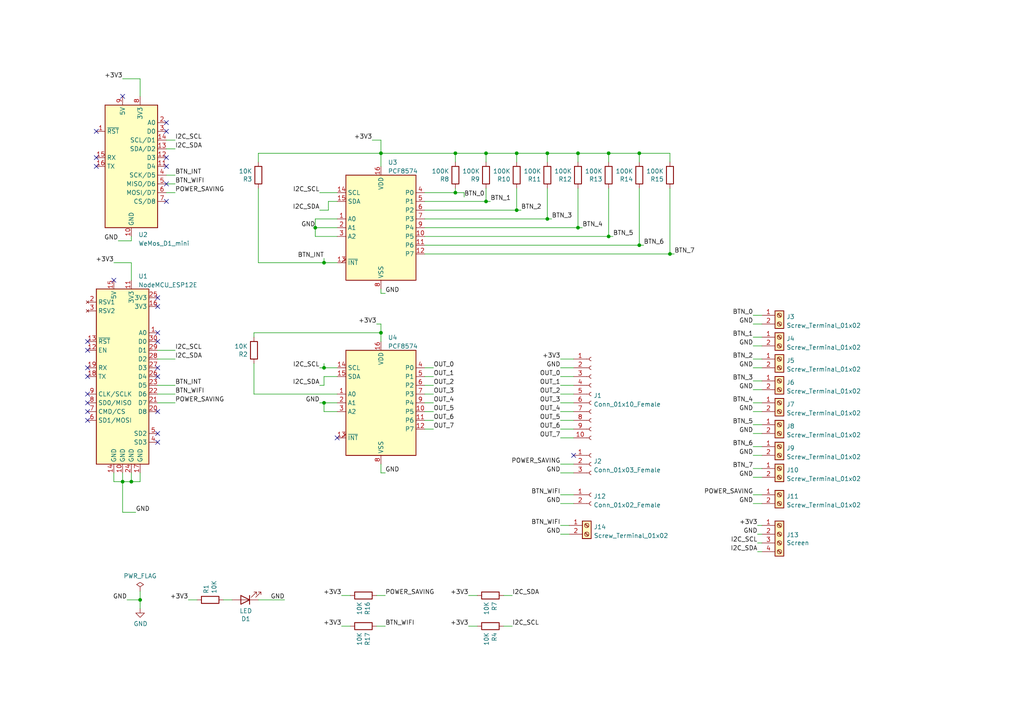
<source format=kicad_sch>
(kicad_sch (version 20211123) (generator eeschema)
  (paper "A4")
  (title_block (title "Light Remote Controller") (date "2022-05-06") (rev "v0.1") (company "By Luís Pereira"))
  (lib_symbols
    (symbol "Connector:Conn_01x02_Female" (pin_names (offset 1.016) hide)
      (property "Reference" "J" (at 0 2.54 0))
      (property "Value" "Conn_01x02_Female" (at 0 -5.08 0))
      (symbol "Conn_01x02_Female_1_1"
        (arc (start 0 -2.032) (mid -0.508 -2.54) (end 0 -3.048) (stroke (width 0.1524)))
        (polyline (pts (xy -1.27 -2.54) (xy -0.508 -2.54)) (stroke (width 0.1524)))
        (polyline (pts (xy -1.27 0) (xy -0.508 0)) (stroke (width 0.1524)))
        (arc (start 0 0.508) (mid -0.508 0) (end 0 -0.508) (stroke (width 0.1524)))
        (pin passive line (at -5.08 0 0) (length 3.81) (name "Pin_1") (number "1"))
        (pin passive line (at -5.08 -2.54 0) (length 3.81) (name "Pin_2") (number "2"))
      )
    )
    (symbol "Connector:Conn_01x03_Female" (pin_names (offset 1.016) hide)
      (property "Reference" "J" (at 0 5.08 0))
      (property "Value" "Conn_01x03_Female" (at 0 -5.08 0))
      (symbol "Conn_01x03_Female_1_1"
        (arc (start 0 -2.032) (mid -0.508 -2.54) (end 0 -3.048) (stroke (width 0.1524)))
        (polyline (pts (xy -1.27 -2.54) (xy -0.508 -2.54)) (stroke (width 0.1524)))
        (polyline (pts (xy -1.27 0) (xy -0.508 0)) (stroke (width 0.1524)))
        (polyline (pts (xy -1.27 2.54) (xy -0.508 2.54)) (stroke (width 0.1524)))
        (arc (start 0 0.508) (mid -0.508 0) (end 0 -0.508) (stroke (width 0.1524)))
        (arc (start 0 3.048) (mid -0.508 2.54) (end 0 2.032) (stroke (width 0.1524)))
        (pin passive line (at -5.08 2.54 0) (length 3.81) (name "Pin_1") (number "1"))
        (pin passive line (at -5.08 0 0) (length 3.81) (name "Pin_2") (number "2"))
        (pin passive line (at -5.08 -2.54 0) (length 3.81) (name "Pin_3") (number "3"))
      )
    )
    (symbol "Connector:Conn_01x10_Female" (pin_names (offset 1.016) hide)
      (property "Reference" "J" (at 0 12.7 0))
      (property "Value" "Conn_01x10_Female" (at 0 -15.24 0))
      (symbol "Conn_01x10_Female_1_1"
        (arc (start 0 -12.192) (mid -0.508 -12.7) (end 0 -13.208) (stroke (width 0.1524)))
        (arc (start 0 -9.652) (mid -0.508 -10.16) (end 0 -10.668) (stroke (width 0.1524)))
        (arc (start 0 -7.112) (mid -0.508 -7.62) (end 0 -8.128) (stroke (width 0.1524)))
        (arc (start 0 -4.572) (mid -0.508 -5.08) (end 0 -5.588) (stroke (width 0.1524)))
        (arc (start 0 -2.032) (mid -0.508 -2.54) (end 0 -3.048) (stroke (width 0.1524)))
        (polyline (pts (xy -1.27 -12.7) (xy -0.508 -12.7)) (stroke (width 0.1524)))
        (polyline (pts (xy -1.27 -10.16) (xy -0.508 -10.16)) (stroke (width 0.1524)))
        (polyline (pts (xy -1.27 -7.62) (xy -0.508 -7.62)) (stroke (width 0.1524)))
        (polyline (pts (xy -1.27 -5.08) (xy -0.508 -5.08)) (stroke (width 0.1524)))
        (polyline (pts (xy -1.27 -2.54) (xy -0.508 -2.54)) (stroke (width 0.1524)))
        (polyline (pts (xy -1.27 0) (xy -0.508 0)) (stroke (width 0.1524)))
        (polyline (pts (xy -1.27 2.54) (xy -0.508 2.54)) (stroke (width 0.1524)))
        (polyline (pts (xy -1.27 5.08) (xy -0.508 5.08)) (stroke (width 0.1524)))
        (polyline (pts (xy -1.27 7.62) (xy -0.508 7.62)) (stroke (width 0.1524)))
        (polyline (pts (xy -1.27 10.16) (xy -0.508 10.16)) (stroke (width 0.1524)))
        (arc (start 0 0.508) (mid -0.508 0) (end 0 -0.508) (stroke (width 0.1524)))
        (arc (start 0 3.048) (mid -0.508 2.54) (end 0 2.032) (stroke (width 0.1524)))
        (arc (start 0 5.588) (mid -0.508 5.08) (end 0 4.572) (stroke (width 0.1524)))
        (arc (start 0 8.128) (mid -0.508 7.62) (end 0 7.112) (stroke (width 0.1524)))
        (arc (start 0 10.668) (mid -0.508 10.16) (end 0 9.652) (stroke (width 0.1524)))
        (pin passive line (at -5.08 10.16 0) (length 3.81) (name "Pin_1") (number "1"))
        (pin passive line (at -5.08 -12.7 0) (length 3.81) (name "Pin_10") (number "10"))
        (pin passive line (at -5.08 7.62 0) (length 3.81) (name "Pin_2") (number "2"))
        (pin passive line (at -5.08 5.08 0) (length 3.81) (name "Pin_3") (number "3"))
        (pin passive line (at -5.08 2.54 0) (length 3.81) (name "Pin_4") (number "4"))
        (pin passive line (at -5.08 0 0) (length 3.81) (name "Pin_5") (number "5"))
        (pin passive line (at -5.08 -2.54 0) (length 3.81) (name "Pin_6") (number "6"))
        (pin passive line (at -5.08 -5.08 0) (length 3.81) (name "Pin_7") (number "7"))
        (pin passive line (at -5.08 -7.62 0) (length 3.81) (name "Pin_8") (number "8"))
        (pin passive line (at -5.08 -10.16 0) (length 3.81) (name "Pin_9") (number "9"))
      )
    )
    (symbol "Connector:Screw_Terminal_01x02" (pin_names (offset 1.016) hide)
      (property "Reference" "J" (at 0 2.54 0))
      (property "Value" "Screw_Terminal_01x02" (at 0 -5.08 0))
      (symbol "Screw_Terminal_01x02_1_1"
        (rectangle (start -1.27 1.27) (end 1.27 -3.81) (stroke (width 0.254)) (fill (type background)))
        (circle (center 0 -2.54) (radius 0.635) (stroke (width 0.1524)))
        (polyline (pts (xy -0.5334 -2.2098) (xy 0.3302 -3.048)) (stroke (width 0.1524)))
        (polyline (pts (xy -0.5334 0.3302) (xy 0.3302 -0.508)) (stroke (width 0.1524)))
        (polyline (pts (xy -0.3556 -2.032) (xy 0.508 -2.8702)) (stroke (width 0.1524)))
        (polyline (pts (xy -0.3556 0.508) (xy 0.508 -0.3302)) (stroke (width 0.1524)))
        (circle (center 0 0) (radius 0.635) (stroke (width 0.1524)))
        (pin passive line (at -5.08 0 0) (length 3.81) (name "Pin_1") (number "1"))
        (pin passive line (at -5.08 -2.54 0) (length 3.81) (name "Pin_2") (number "2"))
      )
    )
    (symbol "Connector:Screw_Terminal_01x04" (pin_names (offset 1.016) hide)
      (property "Reference" "J" (at 0 5.08 0))
      (property "Value" "Screw_Terminal_01x04" (at 0 -7.62 0))
      (symbol "Screw_Terminal_01x04_1_1"
        (rectangle (start -1.27 3.81) (end 1.27 -6.35) (stroke (width 0.254)) (fill (type background)))
        (circle (center 0 -5.08) (radius 0.635) (stroke (width 0.1524)))
        (circle (center 0 -2.54) (radius 0.635) (stroke (width 0.1524)))
        (polyline (pts (xy -0.5334 -4.7498) (xy 0.3302 -5.588)) (stroke (width 0.1524)))
        (polyline (pts (xy -0.5334 -2.2098) (xy 0.3302 -3.048)) (stroke (width 0.1524)))
        (polyline (pts (xy -0.5334 0.3302) (xy 0.3302 -0.508)) (stroke (width 0.1524)))
        (polyline (pts (xy -0.5334 2.8702) (xy 0.3302 2.032)) (stroke (width 0.1524)))
        (polyline (pts (xy -0.3556 -4.572) (xy 0.508 -5.4102)) (stroke (width 0.1524)))
        (polyline (pts (xy -0.3556 -2.032) (xy 0.508 -2.8702)) (stroke (width 0.1524)))
        (polyline (pts (xy -0.3556 0.508) (xy 0.508 -0.3302)) (stroke (width 0.1524)))
        (polyline (pts (xy -0.3556 3.048) (xy 0.508 2.2098)) (stroke (width 0.1524)))
        (circle (center 0 0) (radius 0.635) (stroke (width 0.1524)))
        (circle (center 0 2.54) (radius 0.635) (stroke (width 0.1524)))
        (pin passive line (at -5.08 2.54 0) (length 3.81) (name "Pin_1") (number "1"))
        (pin passive line (at -5.08 0 0) (length 3.81) (name "Pin_2") (number "2"))
        (pin passive line (at -5.08 -2.54 0) (length 3.81) (name "Pin_3") (number "3"))
        (pin passive line (at -5.08 -5.08 0) (length 3.81) (name "Pin_4") (number "4"))
      )
    )
    (symbol "Device:LED" (pin_numbers hide) (pin_names (offset 1.016) hide)
      (property "Reference" "D" (at 0 2.54 0))
      (property "Value" "LED" (at 0 -2.54 0))
      (symbol "LED_0_1"
        (polyline (pts (xy -1.27 -1.27) (xy -1.27 1.27)) (stroke (width 0.254)))
        (polyline (pts (xy -1.27 0) (xy 1.27 0)))
        (polyline (pts (xy 1.27 -1.27) (xy 1.27 1.27) (xy -1.27 0) (xy 1.27 -1.27)) (stroke (width 0.254)))
        (polyline (pts (xy -3.048 -0.762) (xy -4.572 -2.286) (xy -3.81 -2.286) (xy -4.572 -2.286) (xy -4.572 -1.524)))
        (polyline (pts (xy -1.778 -0.762) (xy -3.302 -2.286) (xy -2.54 -2.286) (xy -3.302 -2.286) (xy -3.302 -1.524)))
      )
      (symbol "LED_1_1"
        (pin passive line (at -3.81 0 0) (length 2.54) (name "K") (number "1"))
        (pin passive line (at 3.81 0 180) (length 2.54) (name "A") (number "2"))
      )
    )
    (symbol "Device:R" (pin_numbers hide) (pin_names (offset 0))
      (property "Reference" "R" (at 2.032 0 90))
      (property "Value" "R" (at 0 0 90))
      (symbol "R_0_1"
        (rectangle (start -1.016 -2.54) (end 1.016 2.54) (stroke (width 0.254)))
      )
      (symbol "R_1_1"
        (pin passive line (at 0 3.81 270) (length 1.27) (name "~") (number "1"))
        (pin passive line (at 0 -3.81 90) (length 1.27) (name "~") (number "2"))
      )
    )
    (symbol "Interface_Expansion:PCF8574"
      (property "Reference" "U" (at -8.89 16.51 0))
      (property "Value" "PCF8574" (at 2.54 16.51 0))
      (symbol "PCF8574_0_1"
        (rectangle (start -10.16 15.24) (end 10.16 -15.24) (stroke (width 0.254)) (fill (type background)))
      )
      (symbol "PCF8574_1_1"
        (pin input line (at -12.7 2.54 0) (length 2.54) (name "A0") (number "1"))
        (pin bidirectional line (at 12.7 -2.54 180) (length 2.54) (name "P5") (number "10"))
        (pin bidirectional line (at 12.7 -5.08 180) (length 2.54) (name "P6") (number "11"))
        (pin bidirectional line (at 12.7 -7.62 180) (length 2.54) (name "P7") (number "12"))
        (pin open_collector output_low (at -12.7 -10.16 0) (length 2.54) (name "~{INT}") (number "13"))
        (pin input line (at -12.7 10.16 0) (length 2.54) (name "SCL") (number "14"))
        (pin bidirectional line (at -12.7 7.62 0) (length 2.54) (name "SDA") (number "15"))
        (pin power_in line (at 0 17.78 270) (length 2.54) (name "VDD") (number "16"))
        (pin input line (at -12.7 0 0) (length 2.54) (name "A1") (number "2"))
        (pin input line (at -12.7 -2.54 0) (length 2.54) (name "A2") (number "3"))
        (pin bidirectional line (at 12.7 10.16 180) (length 2.54) (name "P0") (number "4"))
        (pin bidirectional line (at 12.7 7.62 180) (length 2.54) (name "P1") (number "5"))
        (pin bidirectional line (at 12.7 5.08 180) (length 2.54) (name "P2") (number "6"))
        (pin bidirectional line (at 12.7 2.54 180) (length 2.54) (name "P3") (number "7"))
        (pin power_in line (at 0 -17.78 90) (length 2.54) (name "VSS") (number "8"))
        (pin bidirectional line (at 12.7 0 180) (length 2.54) (name "P4") (number "9"))
      )
    )
    (symbol "LCP_MCU_Module:NodeMCU_ESP12E"
      (property "Reference" "U" (at -1.27 16.51 0))
      (property "Value" "NodeMCU_ESP12E" (at 6.35 -26.67 0))
      (symbol "NodeMCU_ESP12E_1_1"
        (rectangle (start -7.62 25.4) (end 7.62 -25.4) (stroke (width 0.254)) (fill (type background)))
        (pin input line (at 10.16 12.7 180) (length 2.54) (name "A0") (number "1"))
        (pin power_in line (at 0 -27.94 90) (length 2.54) (name "GND") (number "10"))
        (pin power_out line (at 2.54 27.94 270) (length 2.54) (name "3V3") (number "11"))
        (pin input line (at -10.16 7.62 0) (length 2.54) (name "EN") (number "12"))
        (pin input line (at -10.16 10.16 0) (length 2.54) (name "~{RST}") (number "13"))
        (pin power_out line (at -2.54 -27.94 90) (length 2.54) (name "GND") (number "14"))
        (pin power_in line (at -2.54 27.94 270) (length 2.54) (name "5V") (number "15"))
        (pin power_out line (at 10.16 20.32 180) (length 2.54) (name "3V3") (number "16"))
        (pin power_out line (at 5.08 -27.94 90) (length 2.54) (name "GND") (number "17"))
        (pin output line (at -10.16 0 0) (length 2.54) (name "TX") (number "18"))
        (pin input line (at -10.16 2.54 0) (length 2.54) (name "RX") (number "19"))
        (pin no_connect line (at -10.16 21.59 0) (length 2.54) (name "RSV1") (number "2"))
        (pin bidirectional line (at 10.16 -10.16 180) (length 2.54) (name "D8") (number "20"))
        (pin bidirectional line (at 10.16 -7.62 180) (length 2.54) (name "D7") (number "21"))
        (pin bidirectional line (at 10.16 -5.08 180) (length 2.54) (name "D6") (number "22"))
        (pin bidirectional line (at 10.16 -2.54 180) (length 2.54) (name "D5") (number "23"))
        (pin power_out line (at 2.54 -27.94 90) (length 2.54) (name "GND") (number "24"))
        (pin power_out line (at 10.16 22.86 180) (length 2.54) (name "3V3") (number "25"))
        (pin bidirectional line (at 10.16 0 180) (length 2.54) (name "D4") (number "26"))
        (pin bidirectional line (at 10.16 2.54 180) (length 2.54) (name "D3") (number "27"))
        (pin bidirectional line (at 10.16 5.08 180) (length 2.54) (name "D2") (number "28"))
        (pin bidirectional line (at 10.16 7.62 180) (length 2.54) (name "D1") (number "29"))
        (pin no_connect line (at -10.16 19.05 0) (length 2.54) (name "RSV2") (number "3"))
        (pin bidirectional line (at 10.16 10.16 180) (length 2.54) (name "D0") (number "30"))
        (pin bidirectional line (at 10.16 -19.05 180) (length 2.54) (name "SD3") (number "4"))
        (pin bidirectional line (at 10.16 -16.51 180) (length 2.54) (name "SD2") (number "5"))
        (pin bidirectional line (at -10.16 -12.7 0) (length 2.54) (name "SD1/MOSI") (number "6"))
        (pin bidirectional line (at -10.16 -10.16 0) (length 2.54) (name "CMD/CS") (number "7"))
        (pin bidirectional line (at -10.16 -7.62 0) (length 2.54) (name "SD0/MISO") (number "8"))
        (pin bidirectional line (at -10.16 -5.08 0) (length 2.54) (name "CLK/SCLK") (number "9"))
      )
    )
    (symbol "MCU_Module:WeMos_D1_mini"
      (property "Reference" "U" (at 3.81 19.05 0))
      (property "Value" "WeMos_D1_mini" (at 1.27 -19.05 0))
      (symbol "WeMos_D1_mini_1_1"
        (rectangle (start -7.62 17.78) (end 7.62 -17.78) (stroke (width 0.254)) (fill (type background)))
        (pin input line (at -10.16 10.16 0) (length 2.54) (name "~{RST}") (number "1"))
        (pin power_in line (at 0 -20.32 90) (length 2.54) (name "GND") (number "10"))
        (pin bidirectional line (at 10.16 0 180) (length 2.54) (name "D4") (number "11"))
        (pin bidirectional line (at 10.16 2.54 180) (length 2.54) (name "D3") (number "12"))
        (pin bidirectional line (at 10.16 5.08 180) (length 2.54) (name "SDA/D2") (number "13"))
        (pin bidirectional line (at 10.16 7.62 180) (length 2.54) (name "SCL/D1") (number "14"))
        (pin input line (at -10.16 2.54 0) (length 2.54) (name "RX") (number "15"))
        (pin output line (at -10.16 0 0) (length 2.54) (name "TX") (number "16"))
        (pin input line (at 10.16 12.7 180) (length 2.54) (name "A0") (number "2"))
        (pin bidirectional line (at 10.16 10.16 180) (length 2.54) (name "D0") (number "3"))
        (pin bidirectional line (at 10.16 -2.54 180) (length 2.54) (name "SCK/D5") (number "4"))
        (pin bidirectional line (at 10.16 -5.08 180) (length 2.54) (name "MISO/D6") (number "5"))
        (pin bidirectional line (at 10.16 -7.62 180) (length 2.54) (name "MOSI/D7") (number "6"))
        (pin bidirectional line (at 10.16 -10.16 180) (length 2.54) (name "CS/D8") (number "7"))
        (pin power_out line (at 2.54 20.32 270) (length 2.54) (name "3V3") (number "8"))
        (pin power_in line (at -2.54 20.32 270) (length 2.54) (name "5V") (number "9"))
      )
    )
    (symbol "power:GND" (power) (pin_names (offset 0))
      (property "Value" "GND" (at 0 -3.81 0))
      (symbol "GND_0_1"
        (polyline (pts (xy 0 0) (xy 0 -1.27) (xy 1.27 -1.27) (xy 0 -2.54) (xy -1.27 -1.27) (xy 0 -1.27)))
      )
      (symbol "GND_1_1"
        (pin power_in line (at 0 0 270) (length 0) hide (name "GND") (number "1"))
      )
    )
    (symbol "power:PWR_FLAG" (power) (pin_numbers hide) (pin_names (offset 0) hide)
      (property "Value" "PWR_FLAG" (at 0 3.81 0))
      (symbol "PWR_FLAG_0_0"
        (pin power_out line (at 0 0 90) (length 0) (name "pwr") (number "1"))
      )
      (symbol "PWR_FLAG_0_1"
        (polyline (pts (xy 0 0) (xy 0 1.27) (xy -1.016 1.905) (xy 0 2.54) (xy 1.016 1.905) (xy 0 1.27)))
      )
    )
  )
  (junction (at 194.31 73.66))
  (junction (at 110.49 96.52))
  (junction (at 185.42 44.45))
  (junction (at 149.86 44.45))
  (junction (at 158.75 44.45))
  (junction (at 167.64 44.45))
  (junction (at 140.97 58.42))
  (junction (at 176.53 68.58))
  (junction (at 167.64 66.04))
  (junction (at 35.56 139.7))
  (junction (at 149.86 60.96))
  (junction (at 176.53 44.45))
  (junction (at 91.44 66.04))
  (junction (at 110.49 44.45))
  (junction (at 40.64 173.99))
  (junction (at 38.1 139.7))
  (junction (at 158.75 63.5))
  (junction (at 185.42 71.12))
  (junction (at 93.98 116.84))
  (junction (at 93.98 76.2))
  (junction (at 132.08 55.88))
  (junction (at 140.97 44.45))
  (junction (at 132.08 44.45))
  (junction (at 93.98 106.68))
  (no_connect (at 48.26 38.1))
  (no_connect (at 45.72 96.52))
  (no_connect (at 45.72 99.06))
  (no_connect (at 25.4 106.68))
  (no_connect (at 25.4 114.3))
  (no_connect (at 45.72 86.36))
  (no_connect (at 25.4 99.06))
  (no_connect (at 25.4 109.22))
  (no_connect (at 45.72 88.9))
  (no_connect (at 97.79 127))
  (no_connect (at 45.72 106.68))
  (no_connect (at 45.72 125.73))
  (no_connect (at 25.4 119.38))
  (no_connect (at 45.72 128.27))
  (no_connect (at 27.94 38.1))
  (no_connect (at 33.02 81.28))
  (no_connect (at 35.56 27.94))
  (no_connect (at 45.72 109.22))
  (no_connect (at 166.37 132.08))
  (no_connect (at 27.94 48.26))
  (no_connect (at 25.4 101.6))
  (no_connect (at 45.72 119.38))
  (no_connect (at 25.4 116.84))
  (no_connect (at 48.26 53.34))
  (no_connect (at 25.4 121.92))
  (no_connect (at 27.94 45.72))
  (no_connect (at 48.26 35.56))
  (no_connect (at 48.26 58.42))
  (no_connect (at 48.26 45.72))
  (no_connect (at 48.26 48.26))
  (wire (pts (xy 123.19 109.22) (xy 125.73 109.22)))
  (wire (pts (xy 218.44 143.51) (xy 220.98 143.51)))
  (wire (pts (xy 218.44 110.49) (xy 220.98 110.49)))
  (wire (pts (xy 162.56 114.3) (xy 166.37 114.3)))
  (wire (pts (xy 35.56 148.59) (xy 39.37 148.59)))
  (wire (pts (xy 33.02 139.7) (xy 35.56 139.7)))
  (wire (pts (xy 123.19 106.68) (xy 125.73 106.68)))
  (wire (pts (xy 97.79 119.38) (xy 93.98 119.38)))
  (wire (pts (xy 218.44 91.44) (xy 220.98 91.44)))
  (wire (pts (xy 92.71 60.96) (xy 95.25 60.96)))
  (wire (pts (xy 93.98 111.76) (xy 93.98 109.22)))
  (wire (pts (xy 149.86 46.99) (xy 149.86 44.45)))
  (wire (pts (xy 91.44 66.04) (xy 97.79 66.04)))
  (wire (pts (xy 110.49 83.82) (xy 110.49 85.09)))
  (wire (pts (xy 219.71 152.4) (xy 220.98 152.4)))
  (wire (pts (xy 185.42 71.12) (xy 186.69 71.12)))
  (wire (pts (xy 218.44 104.14) (xy 220.98 104.14)))
  (wire (pts (xy 123.19 58.42) (xy 140.97 58.42)))
  (wire (pts (xy 109.22 93.98) (xy 110.49 93.98)))
  (wire (pts (xy 110.49 85.09) (xy 111.76 85.09)))
  (wire (pts (xy 93.98 109.22) (xy 97.79 109.22)))
  (wire (pts (xy 73.66 114.3) (xy 73.66 105.41)))
  (wire (pts (xy 73.66 97.79) (xy 73.66 96.52)))
  (wire (pts (xy 123.19 124.46) (xy 125.73 124.46)))
  (wire (pts (xy 123.19 114.3) (xy 125.73 114.3)))
  (wire (pts (xy 162.56 109.22) (xy 166.37 109.22)))
  (wire (pts (xy 97.79 63.5) (xy 91.44 63.5)))
  (wire (pts (xy 132.08 46.99) (xy 132.08 44.45)))
  (wire (pts (xy 194.31 73.66) (xy 195.58 73.66)))
  (wire (pts (xy 132.08 44.45) (xy 110.49 44.45)))
  (wire (pts (xy 110.49 44.45) (xy 110.49 48.26)))
  (wire (pts (xy 149.86 44.45) (xy 140.97 44.45)))
  (wire (pts (xy 74.93 76.2) (xy 93.98 76.2)))
  (wire (pts (xy 38.1 139.7) (xy 35.56 139.7)))
  (wire (pts (xy 218.44 132.08) (xy 220.98 132.08)))
  (wire (pts (xy 73.66 114.3) (xy 97.79 114.3)))
  (wire (pts (xy 149.86 60.96) (xy 149.86 54.61)))
  (wire (pts (xy 162.56 121.92) (xy 166.37 121.92)))
  (wire (pts (xy 48.26 53.34) (xy 50.8 53.34)))
  (wire (pts (xy 33.02 137.16) (xy 33.02 139.7)))
  (wire (pts (xy 95.25 60.96) (xy 95.25 58.42)))
  (wire (pts (xy 218.44 113.03) (xy 220.98 113.03)))
  (wire (pts (xy 107.95 40.64) (xy 110.49 40.64)))
  (wire (pts (xy 74.93 44.45) (xy 110.49 44.45)))
  (wire (pts (xy 176.53 68.58) (xy 176.53 54.61)))
  (wire (pts (xy 146.05 172.72) (xy 148.59 172.72)))
  (wire (pts (xy 33.02 76.2) (xy 38.1 76.2)))
  (wire (pts (xy 218.44 125.73) (xy 220.98 125.73)))
  (wire (pts (xy 149.86 60.96) (xy 151.13 60.96)))
  (wire (pts (xy 158.75 46.99) (xy 158.75 44.45)))
  (wire (pts (xy 40.64 139.7) (xy 38.1 139.7)))
  (wire (pts (xy 194.31 44.45) (xy 185.42 44.45)))
  (wire (pts (xy 123.19 119.38) (xy 125.73 119.38)))
  (wire (pts (xy 140.97 46.99) (xy 140.97 44.45)))
  (wire (pts (xy 38.1 68.58) (xy 38.1 69.85)))
  (wire (pts (xy 135.89 181.61) (xy 138.43 181.61)))
  (wire (pts (xy 92.71 116.84) (xy 93.98 116.84)))
  (wire (pts (xy 93.98 76.2) (xy 97.79 76.2)))
  (wire (pts (xy 158.75 44.45) (xy 149.86 44.45)))
  (wire (pts (xy 167.64 66.04) (xy 167.64 54.61)))
  (wire (pts (xy 48.26 43.18) (xy 50.8 43.18)))
  (wire (pts (xy 48.26 40.64) (xy 50.8 40.64)))
  (wire (pts (xy 97.79 68.58) (xy 91.44 68.58)))
  (wire (pts (xy 93.98 106.68) (xy 93.98 105.41)))
  (wire (pts (xy 123.19 68.58) (xy 176.53 68.58)))
  (wire (pts (xy 93.98 74.93) (xy 93.98 76.2)))
  (wire (pts (xy 158.75 63.5) (xy 158.75 54.61)))
  (wire (pts (xy 35.56 22.86) (xy 40.64 22.86)))
  (wire (pts (xy 93.98 119.38) (xy 93.98 116.84)))
  (wire (pts (xy 218.44 135.89) (xy 220.98 135.89)))
  (wire (pts (xy 162.56 124.46) (xy 166.37 124.46)))
  (wire (pts (xy 38.1 137.16) (xy 38.1 139.7)))
  (wire (pts (xy 219.71 157.48) (xy 220.98 157.48)))
  (wire (pts (xy 218.44 116.84) (xy 220.98 116.84)))
  (wire (pts (xy 134.62 57.15) (xy 134.62 55.88)))
  (wire (pts (xy 109.22 172.72) (xy 111.76 172.72)))
  (wire (pts (xy 194.31 73.66) (xy 194.31 54.61)))
  (wire (pts (xy 134.62 55.88) (xy 132.08 55.88)))
  (wire (pts (xy 218.44 129.54) (xy 220.98 129.54)))
  (wire (pts (xy 123.19 111.76) (xy 125.73 111.76)))
  (wire (pts (xy 176.53 68.58) (xy 177.8 68.58)))
  (wire (pts (xy 162.56 134.62) (xy 166.37 134.62)))
  (wire (pts (xy 162.56 154.94) (xy 165.1 154.94)))
  (wire (pts (xy 218.44 97.79) (xy 220.98 97.79)))
  (wire (pts (xy 176.53 46.99) (xy 176.53 44.45)))
  (wire (pts (xy 45.72 101.6) (xy 50.8 101.6)))
  (wire (pts (xy 218.44 138.43) (xy 220.98 138.43)))
  (wire (pts (xy 110.49 134.62) (xy 110.49 137.16)))
  (wire (pts (xy 92.71 106.68) (xy 93.98 106.68)))
  (wire (pts (xy 158.75 63.5) (xy 160.02 63.5)))
  (wire (pts (xy 35.56 139.7) (xy 35.56 148.59)))
  (wire (pts (xy 123.19 66.04) (xy 167.64 66.04)))
  (wire (pts (xy 64.77 173.99) (xy 67.31 173.99)))
  (wire (pts (xy 54.61 173.99) (xy 57.15 173.99)))
  (wire (pts (xy 73.66 96.52) (xy 110.49 96.52)))
  (wire (pts (xy 123.19 121.92) (xy 125.73 121.92)))
  (wire (pts (xy 123.19 71.12) (xy 185.42 71.12)))
  (wire (pts (xy 74.93 76.2) (xy 74.93 54.61)))
  (wire (pts (xy 194.31 46.99) (xy 194.31 44.45)))
  (wire (pts (xy 123.19 73.66) (xy 194.31 73.66)))
  (wire (pts (xy 40.64 171.45) (xy 40.64 173.99)))
  (wire (pts (xy 167.64 46.99) (xy 167.64 44.45)))
  (wire (pts (xy 123.19 60.96) (xy 149.86 60.96)))
  (wire (pts (xy 45.72 116.84) (xy 50.8 116.84)))
  (wire (pts (xy 95.25 58.42) (xy 97.79 58.42)))
  (wire (pts (xy 38.1 76.2) (xy 38.1 81.28)))
  (wire (pts (xy 146.05 181.61) (xy 148.59 181.61)))
  (wire (pts (xy 167.64 44.45) (xy 158.75 44.45)))
  (wire (pts (xy 92.71 111.76) (xy 93.98 111.76)))
  (wire (pts (xy 110.49 40.64) (xy 110.49 44.45)))
  (wire (pts (xy 74.93 173.99) (xy 82.55 173.99)))
  (wire (pts (xy 97.79 106.68) (xy 93.98 106.68)))
  (wire (pts (xy 135.89 172.72) (xy 138.43 172.72)))
  (wire (pts (xy 99.06 172.72) (xy 101.6 172.72)))
  (wire (pts (xy 162.56 119.38) (xy 166.37 119.38)))
  (wire (pts (xy 185.42 71.12) (xy 185.42 54.61)))
  (wire (pts (xy 220.98 154.94) (xy 219.71 154.94)))
  (wire (pts (xy 123.19 55.88) (xy 132.08 55.88)))
  (wire (pts (xy 176.53 44.45) (xy 167.64 44.45)))
  (wire (pts (xy 162.56 127) (xy 166.37 127)))
  (wire (pts (xy 123.19 63.5) (xy 158.75 63.5)))
  (wire (pts (xy 162.56 106.68) (xy 166.37 106.68)))
  (wire (pts (xy 185.42 44.45) (xy 176.53 44.45)))
  (wire (pts (xy 91.44 63.5) (xy 91.44 66.04)))
  (wire (pts (xy 140.97 58.42) (xy 142.24 58.42)))
  (wire (pts (xy 40.64 173.99) (xy 40.64 176.53)))
  (wire (pts (xy 99.06 181.61) (xy 101.6 181.61)))
  (wire (pts (xy 132.08 55.88) (xy 132.08 54.61)))
  (wire (pts (xy 140.97 58.42) (xy 140.97 54.61)))
  (wire (pts (xy 218.44 123.19) (xy 220.98 123.19)))
  (wire (pts (xy 140.97 44.45) (xy 132.08 44.45)))
  (wire (pts (xy 162.56 104.14) (xy 166.37 104.14)))
  (wire (pts (xy 92.71 55.88) (xy 97.79 55.88)))
  (wire (pts (xy 109.22 181.61) (xy 111.76 181.61)))
  (wire (pts (xy 93.98 116.84) (xy 97.79 116.84)))
  (wire (pts (xy 162.56 143.51) (xy 166.37 143.51)))
  (wire (pts (xy 218.44 106.68) (xy 220.98 106.68)))
  (wire (pts (xy 162.56 116.84) (xy 166.37 116.84)))
  (wire (pts (xy 123.19 116.84) (xy 125.73 116.84)))
  (wire (pts (xy 48.26 55.88) (xy 50.8 55.88)))
  (wire (pts (xy 35.56 137.16) (xy 35.56 139.7)))
  (wire (pts (xy 218.44 93.98) (xy 220.98 93.98)))
  (wire (pts (xy 45.72 114.3) (xy 50.8 114.3)))
  (wire (pts (xy 218.44 146.05) (xy 220.98 146.05)))
  (wire (pts (xy 111.76 137.16) (xy 110.49 137.16)))
  (wire (pts (xy 162.56 146.05) (xy 166.37 146.05)))
  (wire (pts (xy 91.44 68.58) (xy 91.44 66.04)))
  (wire (pts (xy 40.64 22.86) (xy 40.64 27.94)))
  (wire (pts (xy 34.29 69.85) (xy 38.1 69.85)))
  (wire (pts (xy 162.56 137.16) (xy 166.37 137.16)))
  (wire (pts (xy 110.49 93.98) (xy 110.49 96.52)))
  (wire (pts (xy 74.93 46.99) (xy 74.93 44.45)))
  (wire (pts (xy 218.44 100.33) (xy 220.98 100.33)))
  (wire (pts (xy 162.56 111.76) (xy 166.37 111.76)))
  (wire (pts (xy 45.72 111.76) (xy 50.8 111.76)))
  (wire (pts (xy 110.49 96.52) (xy 110.49 99.06)))
  (wire (pts (xy 185.42 46.99) (xy 185.42 44.45)))
  (wire (pts (xy 218.44 119.38) (xy 220.98 119.38)))
  (wire (pts (xy 220.98 160.02) (xy 219.71 160.02)))
  (wire (pts (xy 48.26 50.8) (xy 50.8 50.8)))
  (wire (pts (xy 40.64 137.16) (xy 40.64 139.7)))
  (wire (pts (xy 162.56 152.4) (xy 165.1 152.4)))
  (wire (pts (xy 167.64 66.04) (xy 168.91 66.04)))
  (wire (pts (xy 36.83 173.99) (xy 40.64 173.99)))
  (wire (pts (xy 45.72 104.14) (xy 50.8 104.14)))
  (label "GND" (at 91.44 66.04 180))
  (label "GND" (at 219.71 154.94 180))
  (label "POWER_SAVING" (at 162.56 134.62 180))
  (label "OUT_3" (at 125.73 114.3 0))
  (label "I2C_SCL" (at 50.8 40.64 0))
  (label "POWER_SAVING" (at 50.8 116.84 0))
  (label "+3V3" (at 33.02 76.2 180))
  (label "BTN_2" (at 218.44 104.14 180))
  (label "OUT_7" (at 125.73 124.46 0))
  (label "GND" (at 162.56 106.68 180))
  (label "BTN_INT" (at 50.8 111.76 0))
  (label "GND" (at 218.44 106.68 180))
  (label "OUT_5" (at 162.56 121.92 180))
  (label "+3V3" (at 35.56 22.86 180))
  (label "GND" (at 34.29 69.85 180))
  (label "GND" (at 162.56 137.16 180))
  (label "I2C_SDA" (at 92.71 111.76 180))
  (label "BTN_4" (at 218.44 116.84 180))
  (label "OUT_0" (at 125.73 106.68 0))
  (label "+3V3" (at 54.61 173.99 180))
  (label "I2C_SCL" (at 148.59 181.61 0))
  (label "GND" (at 111.76 137.16 0))
  (label "BTN_6" (at 218.44 129.54 180))
  (label "GND" (at 36.83 173.99 180))
  (label "POWER_SAVING" (at 50.8 55.88 0))
  (label "BTN_7" (at 218.44 135.89 180))
  (label "GND" (at 218.44 146.05 180))
  (label "GND" (at 218.44 100.33 180))
  (label "BTN_0" (at 218.44 91.44 180))
  (label "BTN_3" (at 160.02 63.5 0))
  (label "GND" (at 218.44 132.08 180))
  (label "POWER_SAVING" (at 111.76 172.72 0))
  (label "+3V3" (at 135.89 172.72 180))
  (label "GND" (at 39.37 148.59 0))
  (label "BTN_5" (at 218.44 123.19 180))
  (label "I2C_SCL" (at 92.71 55.88 180))
  (label "BTN_WIFI" (at 50.8 53.34 0))
  (label "I2C_SDA" (at 50.8 43.18 0))
  (label "+3V3" (at 99.06 181.61 180))
  (label "BTN_INT" (at 50.8 50.8 0))
  (label "OUT_3" (at 162.56 116.84 180))
  (label "OUT_6" (at 125.73 121.92 0))
  (label "I2C_SCL" (at 92.71 106.68 180))
  (label "+3V3" (at 219.71 152.4 180))
  (label "I2C_SCL" (at 219.71 157.48 180))
  (label "BTN_WIFI" (at 162.56 152.4 180))
  (label "GND" (at 82.55 173.99 180))
  (label "GND" (at 92.71 116.84 180))
  (label "BTN_5" (at 177.8 68.58 0))
  (label "BTN_7" (at 195.58 73.66 0))
  (label "BTN_2" (at 151.13 60.96 0))
  (label "OUT_2" (at 125.73 111.76 0))
  (label "BTN_3" (at 218.44 110.49 180))
  (label "+3V3" (at 162.56 104.14 180))
  (label "GND" (at 218.44 119.38 180))
  (label "BTN_0" (at 134.62 57.15 0))
  (label "OUT_0" (at 162.56 109.22 180))
  (label "GND" (at 162.56 154.94 180))
  (label "I2C_SDA" (at 148.59 172.72 0))
  (label "I2C_SDA" (at 219.71 160.02 180))
  (label "BTN_4" (at 168.91 66.04 0))
  (label "OUT_2" (at 162.56 114.3 180))
  (label "GND" (at 218.44 93.98 180))
  (label "OUT_6" (at 162.56 124.46 180))
  (label "GND" (at 162.56 146.05 180))
  (label "OUT_7" (at 162.56 127 180))
  (label "POWER_SAVING" (at 218.44 143.51 180))
  (label "+3V3" (at 135.89 181.61 180))
  (label "BTN_6" (at 186.69 71.12 0))
  (label "BTN_INT" (at 93.98 74.93 180))
  (label "BTN_WIFI" (at 111.76 181.61 0))
  (label "+3V3" (at 109.22 93.98 180))
  (label "GND" (at 218.44 125.73 180))
  (label "I2C_SDA" (at 92.71 60.96 180))
  (label "+3V3" (at 99.06 172.72 180))
  (label "BTN_WIFI" (at 50.8 114.3 0))
  (label "GND" (at 218.44 138.43 180))
  (label "BTN_WIFI" (at 162.56 143.51 180))
  (label "I2C_SDA" (at 50.8 104.14 0))
  (label "GND" (at 111.76 85.09 0))
  (label "OUT_1" (at 125.73 109.22 0))
  (label "BTN_1" (at 218.44 97.79 180))
  (label "OUT_4" (at 125.73 116.84 0))
  (label "OUT_1" (at 162.56 111.76 180))
  (label "OUT_4" (at 162.56 119.38 180))
  (label "I2C_SCL" (at 50.8 101.6 0))
  (label "+3V3" (at 107.95 40.64 180))
  (label "BTN_1" (at 142.24 58.42 0))
  (label "GND" (at 218.44 113.03 180))
  (label "OUT_5" (at 125.73 119.38 0))
  (symbol (lib_id "Device:R") (at 142.24 181.61 270) (unit 1)
    (property "Reference" "R4" (at 143.4084 183.388 0) (effects (justify left)))
    (property "Value" "10K" (at 141.097 183.388 0) (effects (justify left)))
    (property "Footprint" "Resistor_SMD:R_0805_2012Metric" (effects hide))
  )
  (symbol (lib_id "Device:R") (at 185.42 50.8 180) (unit 1)
    (property "Reference" "R14" (at 183.642 51.9684 0) (effects (justify left)))
    (property "Value" "100K" (at 183.642 49.657 0) (effects (justify left)))
    (property "Footprint" "Resistor_SMD:R_0805_2012Metric" (effects hide))
  )
  (symbol (lib_id "Device:R") (at 158.75 50.8 180) (unit 1)
    (property "Reference" "R11" (at 156.972 51.9684 0) (effects (justify left)))
    (property "Value" "100K" (at 156.972 49.657 0) (effects (justify left)))
    (property "Footprint" "Resistor_SMD:R_0805_2012Metric" (effects hide))
  )
  (symbol (lib_id "Connector:Conn_01x10_Female") (at 171.45 114.3 0) (unit 1)
    (property "Reference" "J1" (at 172.1612 114.7353 0) (effects (justify left)))
    (property "Value" "Conn_01x10_Female" (at 172.1612 117.2722 0) (effects (justify left)))
    (property "Footprint" "Connector_PinHeader_2.54mm:PinHeader_1x10_P2.54mm_Vertical" (effects hide))
  )
  (symbol (lib_id "power:GND") (at 40.64 176.53 0) (unit 1)
    (property "Reference" "#PWR0101" (effects hide))
    (property "Value" "GND" (at 40.767 180.9242 0))
  )
  (symbol (lib_id "Interface_Expansion:PCF8574") (at 110.49 66.04 0) (unit 1)
    (property "Reference" "U3" (at 112.5094 47.1002 0) (effects (justify left)))
    (property "Value" "PCF8574" (at 112.5094 49.6371 0) (effects (justify left)))
    (property "Footprint" "Package_DIP:DIP-16_W7.62mm_Socket_LongPads" (effects hide))
    (property "Datasheet" "http://www.nxp.com/documents/data_sheet/PCF8574_PCF8574A.pdf" (effects hide))
  )
  (symbol (lib_id "Connector:Screw_Terminal_01x02") (at 226.06 97.79 0) (unit 1)
    (property "Reference" "J4" (at 228.092 98.2253 0) (effects (justify left)))
    (property "Value" "Screw_Terminal_01x02" (at 228.092 100.7622 0) (effects (justify left)))
    (property "Footprint" "TerminalBlock:TerminalBlock_bornier-2_P5.08mm" (effects hide))
  )
  (symbol (lib_id "Connector:Screw_Terminal_01x02") (at 226.06 129.54 0) (unit 1)
    (property "Reference" "J9" (at 228.092 129.9753 0) (effects (justify left)))
    (property "Value" "Screw_Terminal_01x02" (at 228.092 132.5122 0) (effects (justify left)))
    (property "Footprint" "TerminalBlock:TerminalBlock_bornier-2_P5.08mm" (effects hide))
  )
  (symbol (lib_id "Connector:Conn_01x02_Female") (at 171.45 143.51 0) (unit 1)
    (property "Reference" "J12" (at 172.1612 143.9453 0) (effects (justify left)))
    (property "Value" "Conn_01x02_Female" (at 172.1612 146.4822 0) (effects (justify left)))
    (property "Footprint" "Connector_PinHeader_2.54mm:PinHeader_1x02_P2.54mm_Vertical" (effects hide))
  )
  (symbol (lib_id "Connector:Screw_Terminal_01x02") (at 226.06 104.14 0) (unit 1)
    (property "Reference" "J5" (at 228.092 104.5753 0) (effects (justify left)))
    (property "Value" "Screw_Terminal_01x02" (at 228.092 107.1122 0) (effects (justify left)))
    (property "Footprint" "TerminalBlock:TerminalBlock_bornier-2_P5.08mm" (effects hide))
  )
  (symbol (lib_id "Device:R") (at 60.96 173.99 90) (unit 1)
    (property "Reference" "R1" (at 59.7916 172.212 0) (effects (justify left)))
    (property "Value" "10K" (at 62.103 172.212 0) (effects (justify left)))
    (property "Footprint" "Resistor_SMD:R_0805_2012Metric" (effects hide))
  )
  (symbol (lib_id "LCP_MCU_Module:NodeMCU_ESP12E") (at 35.56 109.22 0) (unit 1)
    (property "Reference" "U1" (at 40.1194 80.1202 0) (effects (justify left)))
    (property "Value" "NodeMCU_ESP12E" (at 40.1194 82.6571 0) (effects (justify left)))
    (property "Footprint" "LCP_Footprints:NodeMCU1.0_12-E" (effects hide))
  )
  (symbol (lib_id "Device:R") (at 105.41 181.61 270) (unit 1)
    (property "Reference" "R17" (at 106.5784 183.388 0) (effects (justify left)))
    (property "Value" "10K" (at 104.267 183.388 0) (effects (justify left)))
    (property "Footprint" "Resistor_SMD:R_0805_2012Metric" (effects hide))
  )
  (symbol (lib_id "Connector:Screw_Terminal_01x04") (at 226.06 154.94 0) (unit 1)
    (property "Reference" "J13" (at 228.092 155.1432 0) (effects (justify left)))
    (property "Value" "Screen" (at 228.092 157.4546 0) (effects (justify left)))
    (property "Footprint" "TerminalBlock:TerminalBlock_bornier-4_P5.08mm" (effects hide))
  )
  (symbol (lib_id "Device:LED") (at 71.12 173.99 180) (unit 1)
    (property "Reference" "D1" (at 71.2978 179.5018 0))
    (property "Value" "LED" (at 71.2978 177.1904 0))
    (property "Footprint" "LED_THT:LED_D3.0mm" (effects hide))
  )
  (symbol (lib_id "Connector:Screw_Terminal_01x02") (at 226.06 123.19 0) (unit 1)
    (property "Reference" "J8" (at 228.092 123.6253 0) (effects (justify left)))
    (property "Value" "Screw_Terminal_01x02" (at 228.092 126.1622 0) (effects (justify left)))
    (property "Footprint" "TerminalBlock:TerminalBlock_bornier-2_P5.08mm" (effects hide))
  )
  (symbol (lib_id "MCU_Module:WeMos_D1_mini") (at 38.1 48.26 0) (unit 1)
    (property "Reference" "U2" (at 40.1194 68.0704 0) (effects (justify left)))
    (property "Value" "WeMos_D1_mini" (at 40.1194 70.6073 0) (effects (justify left)))
    (property "Footprint" "Module:WEMOS_D1_mini_light" (effects hide))
    (property "Datasheet" "https://wiki.wemos.cc/products:d1:d1_mini#documentation" (effects hide))
  )
  (symbol (lib_id "Device:R") (at 142.24 172.72 270) (unit 1)
    (property "Reference" "R7" (at 143.4084 174.498 0) (effects (justify left)))
    (property "Value" "10K" (at 141.097 174.498 0) (effects (justify left)))
    (property "Footprint" "Resistor_SMD:R_0805_2012Metric" (effects hide))
  )
  (symbol (lib_id "Connector:Screw_Terminal_01x02") (at 226.06 110.49 0) (unit 1)
    (property "Reference" "J6" (at 228.092 110.9253 0) (effects (justify left)))
    (property "Value" "Screw_Terminal_01x02" (at 228.092 113.4622 0) (effects (justify left)))
    (property "Footprint" "TerminalBlock:TerminalBlock_bornier-2_P5.08mm" (effects hide))
  )
  (symbol (lib_id "Device:R") (at 105.41 172.72 270) (unit 1)
    (property "Reference" "R16" (at 106.5784 174.498 0) (effects (justify left)))
    (property "Value" "10K" (at 104.267 174.498 0) (effects (justify left)))
    (property "Footprint" "Resistor_SMD:R_0805_2012Metric" (effects hide))
  )
  (symbol (lib_id "Device:R") (at 74.93 50.8 180) (unit 1)
    (property "Reference" "R3" (at 73.152 51.9684 0) (effects (justify left)))
    (property "Value" "10K" (at 73.152 49.657 0) (effects (justify left)))
    (property "Footprint" "Resistor_SMD:R_0805_2012Metric" (effects hide))
  )
  (symbol (lib_id "Device:R") (at 194.31 50.8 180) (unit 1)
    (property "Reference" "R15" (at 192.532 51.9684 0) (effects (justify left)))
    (property "Value" "100K" (at 192.532 49.657 0) (effects (justify left)))
    (property "Footprint" "Resistor_SMD:R_0805_2012Metric" (effects hide))
  )
  (symbol (lib_id "Device:R") (at 149.86 50.8 180) (unit 1)
    (property "Reference" "R10" (at 148.082 51.9684 0) (effects (justify left)))
    (property "Value" "100K" (at 148.082 49.657 0) (effects (justify left)))
    (property "Footprint" "Resistor_SMD:R_0805_2012Metric" (effects hide))
  )
  (symbol (lib_id "Connector:Screw_Terminal_01x02") (at 226.06 116.84 0) (unit 1)
    (property "Reference" "J7" (at 228.092 117.2753 0) (effects (justify left)))
    (property "Value" "Screw_Terminal_01x02" (at 228.092 119.8122 0) (effects (justify left)))
    (property "Footprint" "TerminalBlock:TerminalBlock_bornier-2_P5.08mm" (effects hide))
  )
  (symbol (lib_id "Device:R") (at 132.08 50.8 180) (unit 1)
    (property "Reference" "R8" (at 130.302 51.9684 0) (effects (justify left)))
    (property "Value" "100K" (at 130.302 49.657 0) (effects (justify left)))
    (property "Footprint" "Resistor_SMD:R_0805_2012Metric" (effects hide))
  )
  (symbol (lib_id "power:PWR_FLAG") (at 40.64 171.45 0) (unit 1)
    (property "Reference" "#FLG0101" (effects hide))
    (property "Value" "PWR_FLAG" (at 40.64 167.0558 0))
  )
  (symbol (lib_id "Device:R") (at 140.97 50.8 180) (unit 1)
    (property "Reference" "R9" (at 139.192 51.9684 0) (effects (justify left)))
    (property "Value" "100K" (at 139.192 49.657 0) (effects (justify left)))
    (property "Footprint" "Resistor_SMD:R_0805_2012Metric" (effects hide))
  )
  (symbol (lib_id "Connector:Screw_Terminal_01x02") (at 170.18 152.4 0) (unit 1)
    (property "Reference" "J14" (at 172.212 152.8353 0) (effects (justify left)))
    (property "Value" "Screw_Terminal_01x02" (at 172.212 155.3722 0) (effects (justify left)))
    (property "Footprint" "TerminalBlock:TerminalBlock_bornier-2_P5.08mm" (effects hide))
  )
  (symbol (lib_id "Device:R") (at 167.64 50.8 180) (unit 1)
    (property "Reference" "R12" (at 165.862 51.9684 0) (effects (justify left)))
    (property "Value" "100K" (at 165.862 49.657 0) (effects (justify left)))
    (property "Footprint" "Resistor_SMD:R_0805_2012Metric" (effects hide))
  )
  (symbol (lib_id "Device:R") (at 73.66 101.6 180) (unit 1)
    (property "Reference" "R2" (at 71.882 102.7684 0) (effects (justify left)))
    (property "Value" "10K" (at 71.882 100.457 0) (effects (justify left)))
    (property "Footprint" "Resistor_SMD:R_0805_2012Metric" (effects hide))
  )
  (symbol (lib_id "Connector:Screw_Terminal_01x02") (at 226.06 143.51 0) (unit 1)
    (property "Reference" "J11" (at 228.092 143.9453 0) (effects (justify left)))
    (property "Value" "Screw_Terminal_01x02" (at 228.092 146.4822 0) (effects (justify left)))
    (property "Footprint" "TerminalBlock:TerminalBlock_bornier-2_P5.08mm" (effects hide))
  )
  (symbol (lib_id "Device:R") (at 176.53 50.8 180) (unit 1)
    (property "Reference" "R13" (at 174.752 51.9684 0) (effects (justify left)))
    (property "Value" "100K" (at 174.752 49.657 0) (effects (justify left)))
    (property "Footprint" "Resistor_SMD:R_0805_2012Metric" (effects hide))
  )
  (symbol (lib_id "Connector:Screw_Terminal_01x02") (at 226.06 91.44 0) (unit 1)
    (property "Reference" "J3" (at 228.092 91.8753 0) (effects (justify left)))
    (property "Value" "Screw_Terminal_01x02" (at 228.092 94.4122 0) (effects (justify left)))
    (property "Footprint" "TerminalBlock:TerminalBlock_bornier-2_P5.08mm" (effects hide))
  )
  (symbol (lib_id "Connector:Conn_01x03_Female") (at 171.45 134.62 0) (unit 1)
    (property "Reference" "J2" (at 172.1612 133.7853 0) (effects (justify left)))
    (property "Value" "Conn_01x03_Female" (at 172.1612 136.3222 0) (effects (justify left)))
    (property "Footprint" "Connector_PinHeader_2.54mm:PinHeader_1x03_P2.54mm_Vertical" (effects hide))
  )
  (symbol (lib_id "Connector:Screw_Terminal_01x02") (at 226.06 135.89 0) (unit 1)
    (property "Reference" "J10" (at 228.092 136.3253 0) (effects (justify left)))
    (property "Value" "Screw_Terminal_01x02" (at 228.092 138.8622 0) (effects (justify left)))
    (property "Footprint" "TerminalBlock:TerminalBlock_bornier-2_P5.08mm" (effects hide))
  )
  (symbol (lib_id "Interface_Expansion:PCF8574") (at 110.49 116.84 0) (unit 1)
    (property "Reference" "U4" (at 112.5094 97.9002 0) (effects (justify left)))
    (property "Value" "PCF8574" (at 112.5094 100.4371 0) (effects (justify left)))
    (property "Footprint" "Package_DIP:DIP-16_W7.62mm_Socket_LongPads" (effects hide))
    (property "Datasheet" "http://www.nxp.com/documents/data_sheet/PCF8574_PCF8574A.pdf" (effects hide))
  )
)
</source>
